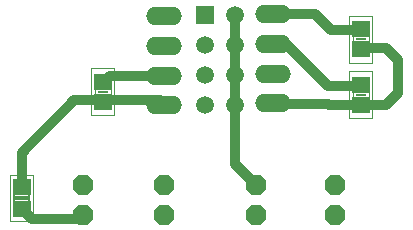
<source format=gbl>
%FSLAX24Y24*%
%MOIN*%
G70*
G01*
G75*
G04 Layer_Physical_Order=2*
G04 Layer_Color=16711680*
%ADD10C,0.0320*%
%ADD11R,0.0318X0.0079*%
%ADD12R,0.0476X0.0159*%
%ADD13C,0.0040*%
%ADD14C,0.0060*%
%ADD15R,0.0250X0.0240*%
%ADD16R,0.0575X0.0300*%
%ADD17R,0.0575X0.0295*%
%ADD18R,0.0560X0.0140*%
%ADD19C,0.0020*%
%ADD20O,0.1200X0.0600*%
%ADD21C,0.0591*%
%ADD22R,0.0591X0.0591*%
G04:AMPARAMS|DCode=23|XSize=66mil|YSize=66mil|CornerRadius=0mil|HoleSize=0mil|Usage=FLASHONLY|Rotation=270.000|XOffset=0mil|YOffset=0mil|HoleType=Round|Shape=Octagon|*
%AMOCTAGOND23*
4,1,8,-0.0165,-0.0330,0.0165,-0.0330,0.0330,-0.0165,0.0330,0.0165,0.0165,0.0330,-0.0165,0.0330,-0.0330,0.0165,-0.0330,-0.0165,-0.0165,-0.0330,0.0*
%
%ADD23OCTAGOND23*%

%ADD24R,0.0600X0.0520*%
%ADD25R,0.0630X0.0520*%
D10*
X550Y5095D02*
X789Y5334D01*
X2600D01*
X8100Y4350D02*
X10000D01*
X10400Y4750D01*
Y5850D01*
X9995Y6255D02*
X10400Y5850D01*
X9150Y6255D02*
X9995D01*
X9145Y6850D02*
X9150Y6845D01*
X8150Y6850D02*
X9145D01*
X9145Y4991D02*
X9150Y4995D01*
X8050Y4991D02*
X9145D01*
X4950Y4350D02*
Y5350D01*
Y6350D01*
Y7350D01*
Y2400D02*
X5650Y1700D01*
X4950Y2400D02*
Y4350D01*
X-395Y4505D02*
X2445D01*
X-2147Y2753D02*
X-395Y4505D01*
X-2147Y1630D02*
Y2753D01*
X-250Y550D02*
X-100Y700D01*
X-1821Y550D02*
X-250D01*
X-2147Y876D02*
X-1821Y550D01*
X2445Y4505D02*
X2600Y4350D01*
X8050Y4400D02*
X8100Y4350D01*
X6239Y4420D02*
X6259Y4400D01*
X8050D01*
X6239Y6392D02*
X6658D01*
X8050Y5000D01*
Y4991D02*
Y5000D01*
X7624Y7376D02*
X8150Y6850D01*
X6239Y7376D02*
X7624D01*
D11*
X549Y4800D02*
D03*
X9149Y4700D02*
D03*
Y6550D02*
D03*
D12*
X-2148Y1251D02*
D03*
D13*
X810Y4650D02*
Y4940D01*
X290Y4650D02*
Y4950D01*
X9410Y4550D02*
Y4840D01*
X8890Y4550D02*
Y4850D01*
X9410Y6400D02*
Y6690D01*
X8890Y6400D02*
Y6700D01*
D14*
X-2400Y970D02*
Y1530D01*
X-1900Y970D02*
Y1530D01*
D15*
X6264Y4420D02*
D03*
Y5400D02*
D03*
Y6394D02*
D03*
Y7374D02*
D03*
X2575Y7306D02*
D03*
Y6326D02*
D03*
Y5333D02*
D03*
Y4353D02*
D03*
D16*
X547Y4510D02*
D03*
X9147Y4410D02*
D03*
Y6260D02*
D03*
D17*
X547Y5082D02*
D03*
X9147Y4982D02*
D03*
Y6832D02*
D03*
D18*
X-2150Y1590D02*
D03*
Y910D02*
D03*
D19*
X160Y4020D02*
X937D01*
X160Y5577D02*
X937D01*
Y4020D02*
Y5577D01*
X160Y4020D02*
Y5577D01*
X8760Y3920D02*
X9537D01*
X8760Y5477D02*
X9537D01*
Y3920D02*
Y5477D01*
X8760Y3920D02*
Y5477D01*
Y5770D02*
X9537D01*
X8760Y7327D02*
X9537D01*
Y5770D02*
Y7327D01*
X8760Y5770D02*
Y7327D01*
X-2537Y2030D02*
X-1760D01*
X-2537Y473D02*
X-1760D01*
X-2537D02*
Y2030D01*
X-1760Y473D02*
Y2030D01*
D20*
X6239Y6392D02*
D03*
Y7376D02*
D03*
Y5400D02*
D03*
Y4420D02*
D03*
X2600Y5334D02*
D03*
Y4350D02*
D03*
Y6326D02*
D03*
Y7306D02*
D03*
D21*
X4950Y4350D02*
D03*
Y5350D02*
D03*
Y6350D02*
D03*
Y7350D02*
D03*
X3950Y4350D02*
D03*
Y5350D02*
D03*
Y6350D02*
D03*
D22*
Y7350D02*
D03*
D23*
X8300Y1700D02*
D03*
Y700D02*
D03*
X5650Y1700D02*
D03*
Y700D02*
D03*
X2600Y1700D02*
D03*
Y700D02*
D03*
X-100Y1700D02*
D03*
Y700D02*
D03*
D24*
X550Y4460D02*
D03*
Y5135D02*
D03*
X9150Y4360D02*
D03*
Y5035D02*
D03*
Y6210D02*
D03*
Y6885D02*
D03*
D25*
X-2147Y876D02*
D03*
Y1630D02*
D03*
M02*

</source>
